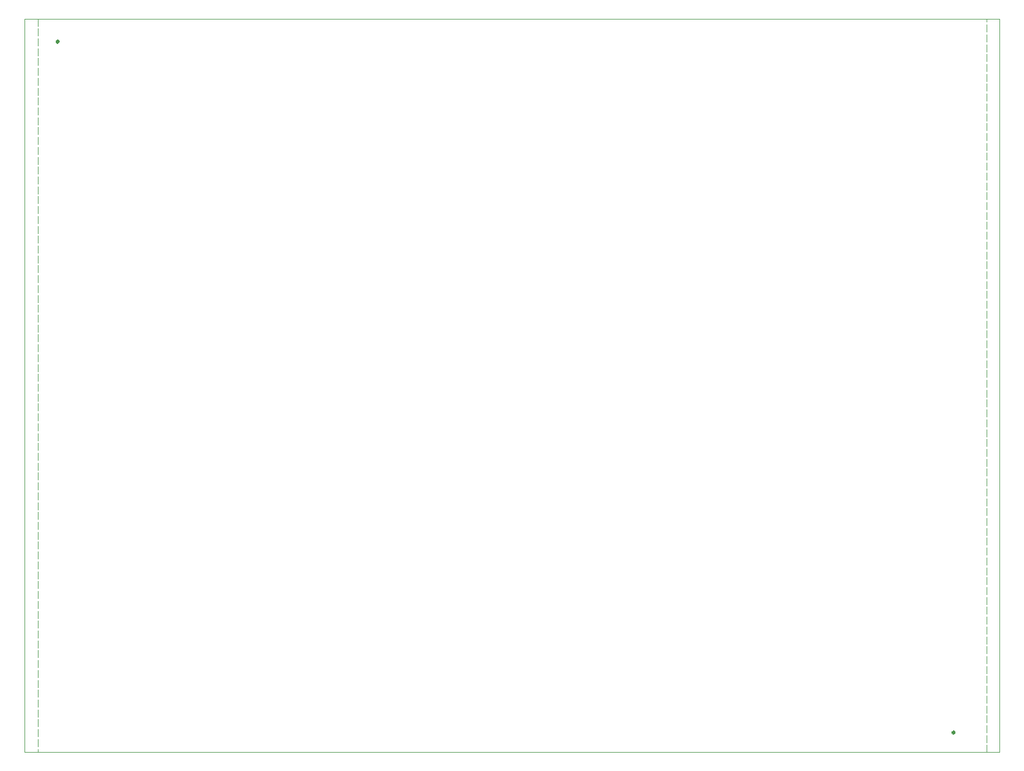
<source format=gbr>
%TF.GenerationSoftware,KiCad,Pcbnew,9.0.0*%
%TF.CreationDate,2025-08-01T10:40:34+02:00*%
%TF.ProjectId,ECU,4543552e-6b69-4636-9164-5f7063625858,0.3*%
%TF.SameCoordinates,Original*%
%TF.FileFunction,OtherDrawing,Comment*%
%FSLAX46Y46*%
G04 Gerber Fmt 4.6, Leading zero omitted, Abs format (unit mm)*
G04 Created by KiCad (PCBNEW 9.0.0) date 2025-08-01 10:40:34*
%MOMM*%
%LPD*%
G01*
G04 APERTURE LIST*
%ADD10C,0.100000*%
%ADD11C,0.350000*%
%TA.AperFunction,Profile*%
%ADD12C,0.050000*%
%TD*%
G04 APERTURE END LIST*
D10*
X65000000Y-32000000D02*
X66100000Y-32000000D01*
X66500000Y-32000000D02*
X67000000Y-32000000D01*
X67000000Y-32000000D02*
X67000000Y-33100000D01*
X67000000Y-33500000D02*
X67000000Y-34600000D01*
X67000000Y-35000000D02*
X67000000Y-36100000D01*
X67000000Y-36500000D02*
X67000000Y-37600000D01*
X67000000Y-38000000D02*
X67000000Y-39100000D01*
X67000000Y-39500000D02*
X67000000Y-40600000D01*
X67000000Y-41000000D02*
X67000000Y-42100000D01*
X67000000Y-42500000D02*
X67000000Y-43600000D01*
X67000000Y-44000000D02*
X67000000Y-45100000D01*
X67000000Y-45500000D02*
X67000000Y-46600000D01*
X67000000Y-47000000D02*
X67000000Y-48100000D01*
X67000000Y-48500000D02*
X67000000Y-49600000D01*
X67000000Y-50000000D02*
X67000000Y-51100000D01*
X67000000Y-51500000D02*
X67000000Y-52600000D01*
X67000000Y-53000000D02*
X67000000Y-54100000D01*
X67000000Y-54500000D02*
X67000000Y-55600000D01*
X67000000Y-56000000D02*
X67000000Y-57100000D01*
X67000000Y-57500000D02*
X67000000Y-58600000D01*
X67000000Y-59000000D02*
X67000000Y-60100000D01*
X67000000Y-60500000D02*
X67000000Y-61600000D01*
X67000000Y-62000000D02*
X67000000Y-63100000D01*
X67000000Y-63500000D02*
X67000000Y-64600000D01*
X67000000Y-65000000D02*
X67000000Y-66100000D01*
X67000000Y-66500000D02*
X67000000Y-67600000D01*
X67000000Y-68000000D02*
X67000000Y-69100000D01*
X67000000Y-69500000D02*
X67000000Y-70600000D01*
X67000000Y-71000000D02*
X67000000Y-72100000D01*
X67000000Y-72500000D02*
X67000000Y-73600000D01*
X67000000Y-74000000D02*
X67000000Y-75100000D01*
X67000000Y-75500000D02*
X67000000Y-76600000D01*
X67000000Y-77000000D02*
X67000000Y-78100000D01*
X67000000Y-78500000D02*
X67000000Y-79600000D01*
X67000000Y-80000000D02*
X67000000Y-81100000D01*
X67000000Y-81500000D02*
X67000000Y-82600000D01*
X67000000Y-83000000D02*
X67000000Y-84100000D01*
X67000000Y-84500000D02*
X67000000Y-85600000D01*
X67000000Y-86000000D02*
X67000000Y-87100000D01*
X67000000Y-87500000D02*
X67000000Y-88600000D01*
X67000000Y-89000000D02*
X67000000Y-90100000D01*
X67000000Y-90500000D02*
X67000000Y-91600000D01*
X67000000Y-92000000D02*
X67000000Y-93100000D01*
X67000000Y-93500000D02*
X67000000Y-94600000D01*
X67000000Y-95000000D02*
X67000000Y-96100000D01*
X67000000Y-96500000D02*
X67000000Y-97600000D01*
X67000000Y-98000000D02*
X67000000Y-99100000D01*
X67000000Y-99500000D02*
X67000000Y-100600000D01*
X67000000Y-101000000D02*
X67000000Y-102100000D01*
X67000000Y-102500000D02*
X67000000Y-103600000D01*
X67000000Y-104000000D02*
X67000000Y-105100000D01*
X67000000Y-105500000D02*
X67000000Y-106600000D01*
X67000000Y-107000000D02*
X67000000Y-108100000D01*
X67000000Y-108500000D02*
X67000000Y-109600000D01*
X67000000Y-110000000D02*
X67000000Y-111100000D01*
X67000000Y-111500000D02*
X67000000Y-112600000D01*
X67000000Y-113000000D02*
X67000000Y-114100000D01*
X67000000Y-114500000D02*
X67000000Y-115600000D01*
X67000000Y-116000000D02*
X67000000Y-117100000D01*
X67000000Y-117500000D02*
X67000000Y-118600000D01*
X67000000Y-119000000D02*
X67000000Y-120100000D01*
X67000000Y-120500000D02*
X67000000Y-121600000D01*
X67000000Y-122000000D02*
X67000000Y-123100000D01*
X67000000Y-123500000D02*
X67000000Y-124600000D01*
X67000000Y-125000000D02*
X67000000Y-126100000D01*
X67000000Y-126500000D02*
X67000000Y-127600000D01*
X67000000Y-128000000D02*
X67000000Y-129100000D01*
X67000000Y-129500000D02*
X67000000Y-130600000D01*
X67000000Y-131000000D02*
X67000000Y-132100000D01*
X67000000Y-132500000D02*
X67000000Y-133600000D01*
X67000000Y-134000000D02*
X67000000Y-135100000D01*
X67000000Y-135500000D02*
X67000000Y-136600000D01*
X67000000Y-137000000D02*
X67000000Y-138100000D01*
X67000000Y-138500000D02*
X67000000Y-139600000D01*
X67000000Y-140000000D02*
X67000000Y-141100000D01*
X67000000Y-141500000D02*
X67000000Y-142600000D01*
X67000000Y-143000000D02*
X67000000Y-143500000D01*
X67000000Y-143500000D02*
X65900000Y-143500000D01*
X65500000Y-143500000D02*
X65000000Y-143500000D01*
X65000000Y-143500000D02*
X65000000Y-142400000D01*
X65000000Y-142000000D02*
X65000000Y-140900000D01*
X65000000Y-140500000D02*
X65000000Y-139400000D01*
X65000000Y-139000000D02*
X65000000Y-137900000D01*
X65000000Y-137500000D02*
X65000000Y-136400000D01*
X65000000Y-136000000D02*
X65000000Y-134900000D01*
X65000000Y-134500000D02*
X65000000Y-133400000D01*
X65000000Y-133000000D02*
X65000000Y-131900000D01*
X65000000Y-131500000D02*
X65000000Y-130400000D01*
X65000000Y-130000000D02*
X65000000Y-128900000D01*
X65000000Y-128500000D02*
X65000000Y-127400000D01*
X65000000Y-127000000D02*
X65000000Y-125900000D01*
X65000000Y-125500000D02*
X65000000Y-124400000D01*
X65000000Y-124000000D02*
X65000000Y-122900000D01*
X65000000Y-122500000D02*
X65000000Y-121400000D01*
X65000000Y-121000000D02*
X65000000Y-119900000D01*
X65000000Y-119500000D02*
X65000000Y-118400000D01*
X65000000Y-118000000D02*
X65000000Y-116900000D01*
X65000000Y-116500000D02*
X65000000Y-115400000D01*
X65000000Y-115000000D02*
X65000000Y-113900000D01*
X65000000Y-113500000D02*
X65000000Y-112400000D01*
X65000000Y-112000000D02*
X65000000Y-110900000D01*
X65000000Y-110500000D02*
X65000000Y-109400000D01*
X65000000Y-109000000D02*
X65000000Y-107900000D01*
X65000000Y-107500000D02*
X65000000Y-106400000D01*
X65000000Y-106000000D02*
X65000000Y-104900000D01*
X65000000Y-104500000D02*
X65000000Y-103400000D01*
X65000000Y-103000000D02*
X65000000Y-101900000D01*
X65000000Y-101500000D02*
X65000000Y-100400000D01*
X65000000Y-100000000D02*
X65000000Y-98900000D01*
X65000000Y-98500000D02*
X65000000Y-97400000D01*
X65000000Y-97000000D02*
X65000000Y-95900000D01*
X65000000Y-95500000D02*
X65000000Y-94400000D01*
X65000000Y-94000000D02*
X65000000Y-92900000D01*
X65000000Y-92500000D02*
X65000000Y-91400000D01*
X65000000Y-91000000D02*
X65000000Y-89900000D01*
X65000000Y-89500000D02*
X65000000Y-88400000D01*
X65000000Y-88000000D02*
X65000000Y-86900000D01*
X65000000Y-86500000D02*
X65000000Y-85400000D01*
X65000000Y-85000000D02*
X65000000Y-83900000D01*
X65000000Y-83500000D02*
X65000000Y-82400000D01*
X65000000Y-82000000D02*
X65000000Y-80900000D01*
X65000000Y-80500000D02*
X65000000Y-79400000D01*
X65000000Y-79000000D02*
X65000000Y-77900000D01*
X65000000Y-77500000D02*
X65000000Y-76400000D01*
X65000000Y-76000000D02*
X65000000Y-74900000D01*
X65000000Y-74500000D02*
X65000000Y-73400000D01*
X65000000Y-73000000D02*
X65000000Y-71900000D01*
X65000000Y-71500000D02*
X65000000Y-70400000D01*
X65000000Y-70000000D02*
X65000000Y-68900000D01*
X65000000Y-68500000D02*
X65000000Y-67400000D01*
X65000000Y-67000000D02*
X65000000Y-65900000D01*
X65000000Y-65500000D02*
X65000000Y-64400000D01*
X65000000Y-64000000D02*
X65000000Y-62900000D01*
X65000000Y-62500000D02*
X65000000Y-61400000D01*
X65000000Y-61000000D02*
X65000000Y-59900000D01*
X65000000Y-59500000D02*
X65000000Y-58400000D01*
X65000000Y-58000000D02*
X65000000Y-56900000D01*
X65000000Y-56500000D02*
X65000000Y-55400000D01*
X65000000Y-55000000D02*
X65000000Y-53900000D01*
X65000000Y-53500000D02*
X65000000Y-52400000D01*
X65000000Y-52000000D02*
X65000000Y-50900000D01*
X65000000Y-50500000D02*
X65000000Y-49400000D01*
X65000000Y-49000000D02*
X65000000Y-47900000D01*
X65000000Y-47500000D02*
X65000000Y-46400000D01*
X65000000Y-46000000D02*
X65000000Y-44900000D01*
X65000000Y-44500000D02*
X65000000Y-43400000D01*
X65000000Y-43000000D02*
X65000000Y-41900000D01*
X65000000Y-41500000D02*
X65000000Y-40400000D01*
X65000000Y-40000000D02*
X65000000Y-38900000D01*
X65000000Y-38500000D02*
X65000000Y-37400000D01*
X65000000Y-37000000D02*
X65000000Y-35900000D01*
X65000000Y-35500000D02*
X65000000Y-34400000D01*
X65000000Y-34000000D02*
X65000000Y-32900000D01*
X65000000Y-32500000D02*
X65000000Y-32000000D01*
X211000000Y-32000000D02*
X212100000Y-32000000D01*
X212500000Y-32000000D02*
X213000000Y-32000000D01*
X213000000Y-32000000D02*
X213000000Y-33100000D01*
X213000000Y-33500000D02*
X213000000Y-34600000D01*
X213000000Y-35000000D02*
X213000000Y-36100000D01*
X213000000Y-36500000D02*
X213000000Y-37600000D01*
X213000000Y-38000000D02*
X213000000Y-39100000D01*
X213000000Y-39500000D02*
X213000000Y-40600000D01*
X213000000Y-41000000D02*
X213000000Y-42100000D01*
X213000000Y-42500000D02*
X213000000Y-43600000D01*
X213000000Y-44000000D02*
X213000000Y-45100000D01*
X213000000Y-45500000D02*
X213000000Y-46600000D01*
X213000000Y-47000000D02*
X213000000Y-48100000D01*
X213000000Y-48500000D02*
X213000000Y-49600000D01*
X213000000Y-50000000D02*
X213000000Y-51100000D01*
X213000000Y-51500000D02*
X213000000Y-52600000D01*
X213000000Y-53000000D02*
X213000000Y-54100000D01*
X213000000Y-54500000D02*
X213000000Y-55600000D01*
X213000000Y-56000000D02*
X213000000Y-57100000D01*
X213000000Y-57500000D02*
X213000000Y-58600000D01*
X213000000Y-59000000D02*
X213000000Y-60100000D01*
X213000000Y-60500000D02*
X213000000Y-61600000D01*
X213000000Y-62000000D02*
X213000000Y-63100000D01*
X213000000Y-63500000D02*
X213000000Y-64600000D01*
X213000000Y-65000000D02*
X213000000Y-66100000D01*
X213000000Y-66500000D02*
X213000000Y-67600000D01*
X213000000Y-68000000D02*
X213000000Y-69100000D01*
X213000000Y-69500000D02*
X213000000Y-70600000D01*
X213000000Y-71000000D02*
X213000000Y-72100000D01*
X213000000Y-72500000D02*
X213000000Y-73600000D01*
X213000000Y-74000000D02*
X213000000Y-75100000D01*
X213000000Y-75500000D02*
X213000000Y-76600000D01*
X213000000Y-77000000D02*
X213000000Y-78100000D01*
X213000000Y-78500000D02*
X213000000Y-79600000D01*
X213000000Y-80000000D02*
X213000000Y-81100000D01*
X213000000Y-81500000D02*
X213000000Y-82600000D01*
X213000000Y-83000000D02*
X213000000Y-84100000D01*
X213000000Y-84500000D02*
X213000000Y-85600000D01*
X213000000Y-86000000D02*
X213000000Y-87100000D01*
X213000000Y-87500000D02*
X213000000Y-88600000D01*
X213000000Y-89000000D02*
X213000000Y-90100000D01*
X213000000Y-90500000D02*
X213000000Y-91600000D01*
X213000000Y-92000000D02*
X213000000Y-93100000D01*
X213000000Y-93500000D02*
X213000000Y-94600000D01*
X213000000Y-95000000D02*
X213000000Y-96100000D01*
X213000000Y-96500000D02*
X213000000Y-97600000D01*
X213000000Y-98000000D02*
X213000000Y-99100000D01*
X213000000Y-99500000D02*
X213000000Y-100600000D01*
X213000000Y-101000000D02*
X213000000Y-102100000D01*
X213000000Y-102500000D02*
X213000000Y-103600000D01*
X213000000Y-104000000D02*
X213000000Y-105100000D01*
X213000000Y-105500000D02*
X213000000Y-106600000D01*
X213000000Y-107000000D02*
X213000000Y-108100000D01*
X213000000Y-108500000D02*
X213000000Y-109600000D01*
X213000000Y-110000000D02*
X213000000Y-111100000D01*
X213000000Y-111500000D02*
X213000000Y-112600000D01*
X213000000Y-113000000D02*
X213000000Y-114100000D01*
X213000000Y-114500000D02*
X213000000Y-115600000D01*
X213000000Y-116000000D02*
X213000000Y-117100000D01*
X213000000Y-117500000D02*
X213000000Y-118600000D01*
X213000000Y-119000000D02*
X213000000Y-120100000D01*
X213000000Y-120500000D02*
X213000000Y-121600000D01*
X213000000Y-122000000D02*
X213000000Y-123100000D01*
X213000000Y-123500000D02*
X213000000Y-124600000D01*
X213000000Y-125000000D02*
X213000000Y-126100000D01*
X213000000Y-126500000D02*
X213000000Y-127600000D01*
X213000000Y-128000000D02*
X213000000Y-129100000D01*
X213000000Y-129500000D02*
X213000000Y-130600000D01*
X213000000Y-131000000D02*
X213000000Y-132100000D01*
X213000000Y-132500000D02*
X213000000Y-133600000D01*
X213000000Y-134000000D02*
X213000000Y-135100000D01*
X213000000Y-135500000D02*
X213000000Y-136600000D01*
X213000000Y-137000000D02*
X213000000Y-138100000D01*
X213000000Y-138500000D02*
X213000000Y-139600000D01*
X213000000Y-140000000D02*
X213000000Y-141100000D01*
X213000000Y-141500000D02*
X213000000Y-142600000D01*
X213000000Y-143000000D02*
X213000000Y-143500000D01*
X213000000Y-143500000D02*
X211900000Y-143500000D01*
X211500000Y-143500000D02*
X211000000Y-143500000D01*
X211000000Y-143500000D02*
X211000000Y-142400000D01*
X211000000Y-142000000D02*
X211000000Y-140900000D01*
X211000000Y-140500000D02*
X211000000Y-139400000D01*
X211000000Y-139000000D02*
X211000000Y-137900000D01*
X211000000Y-137500000D02*
X211000000Y-136400000D01*
X211000000Y-136000000D02*
X211000000Y-134900000D01*
X211000000Y-134500000D02*
X211000000Y-133400000D01*
X211000000Y-133000000D02*
X211000000Y-131900000D01*
X211000000Y-131500000D02*
X211000000Y-130400000D01*
X211000000Y-130000000D02*
X211000000Y-128900000D01*
X211000000Y-128500000D02*
X211000000Y-127400000D01*
X211000000Y-127000000D02*
X211000000Y-125900000D01*
X211000000Y-125500000D02*
X211000000Y-124400000D01*
X211000000Y-124000000D02*
X211000000Y-122900000D01*
X211000000Y-122500000D02*
X211000000Y-121400000D01*
X211000000Y-121000000D02*
X211000000Y-119900000D01*
X211000000Y-119500000D02*
X211000000Y-118400000D01*
X211000000Y-118000000D02*
X211000000Y-116900000D01*
X211000000Y-116500000D02*
X211000000Y-115400000D01*
X211000000Y-115000000D02*
X211000000Y-113900000D01*
X211000000Y-113500000D02*
X211000000Y-112400000D01*
X211000000Y-112000000D02*
X211000000Y-110900000D01*
X211000000Y-110500000D02*
X211000000Y-109400000D01*
X211000000Y-109000000D02*
X211000000Y-107900000D01*
X211000000Y-107500000D02*
X211000000Y-106400000D01*
X211000000Y-106000000D02*
X211000000Y-104900000D01*
X211000000Y-104500000D02*
X211000000Y-103400000D01*
X211000000Y-103000000D02*
X211000000Y-101900000D01*
X211000000Y-101500000D02*
X211000000Y-100400000D01*
X211000000Y-100000000D02*
X211000000Y-98900000D01*
X211000000Y-98500000D02*
X211000000Y-97400000D01*
X211000000Y-97000000D02*
X211000000Y-95900000D01*
X211000000Y-95500000D02*
X211000000Y-94400000D01*
X211000000Y-94000000D02*
X211000000Y-92900000D01*
X211000000Y-92500000D02*
X211000000Y-91400000D01*
X211000000Y-91000000D02*
X211000000Y-89900000D01*
X211000000Y-89500000D02*
X211000000Y-88400000D01*
X211000000Y-88000000D02*
X211000000Y-86900000D01*
X211000000Y-86500000D02*
X211000000Y-85400000D01*
X211000000Y-85000000D02*
X211000000Y-83900000D01*
X211000000Y-83500000D02*
X211000000Y-82400000D01*
X211000000Y-82000000D02*
X211000000Y-80900000D01*
X211000000Y-80500000D02*
X211000000Y-79400000D01*
X211000000Y-79000000D02*
X211000000Y-77900000D01*
X211000000Y-77500000D02*
X211000000Y-76400000D01*
X211000000Y-76000000D02*
X211000000Y-74900000D01*
X211000000Y-74500000D02*
X211000000Y-73400000D01*
X211000000Y-73000000D02*
X211000000Y-71900000D01*
X211000000Y-71500000D02*
X211000000Y-70400000D01*
X211000000Y-70000000D02*
X211000000Y-68900000D01*
X211000000Y-68500000D02*
X211000000Y-67400000D01*
X211000000Y-67000000D02*
X211000000Y-65900000D01*
X211000000Y-65500000D02*
X211000000Y-64400000D01*
X211000000Y-64000000D02*
X211000000Y-62900000D01*
X211000000Y-62500000D02*
X211000000Y-61400000D01*
X211000000Y-61000000D02*
X211000000Y-59900000D01*
X211000000Y-59500000D02*
X211000000Y-58400000D01*
X211000000Y-58000000D02*
X211000000Y-56900000D01*
X211000000Y-56500000D02*
X211000000Y-55400000D01*
X211000000Y-55000000D02*
X211000000Y-53900000D01*
X211000000Y-53500000D02*
X211000000Y-52400000D01*
X211000000Y-52000000D02*
X211000000Y-50900000D01*
X211000000Y-50500000D02*
X211000000Y-49400000D01*
X211000000Y-49000000D02*
X211000000Y-47900000D01*
X211000000Y-47500000D02*
X211000000Y-46400000D01*
X211000000Y-46000000D02*
X211000000Y-44900000D01*
X211000000Y-44500000D02*
X211000000Y-43400000D01*
X211000000Y-43000000D02*
X211000000Y-41900000D01*
X211000000Y-41500000D02*
X211000000Y-40400000D01*
X211000000Y-40000000D02*
X211000000Y-38900000D01*
X211000000Y-38500000D02*
X211000000Y-37400000D01*
X211000000Y-37000000D02*
X211000000Y-35900000D01*
X211000000Y-35500000D02*
X211000000Y-34400000D01*
X211000000Y-34000000D02*
X211000000Y-32900000D01*
X211000000Y-32500000D02*
X211000000Y-32000000D01*
D11*
X70175000Y-35500000D02*
G75*
G02*
X69825000Y-35500000I-175000J0D01*
G01*
X69825000Y-35500000D02*
G75*
G02*
X70175000Y-35500000I175000J0D01*
G01*
X206175000Y-140500000D02*
G75*
G02*
X205825000Y-140500000I-175000J0D01*
G01*
X205825000Y-140500000D02*
G75*
G02*
X206175000Y-140500000I175000J0D01*
G01*
D12*
X65000000Y-32000000D02*
X213000000Y-32000000D01*
X213000000Y-143500000D01*
X65000000Y-143500000D01*
X65000000Y-32000000D01*
M02*

</source>
